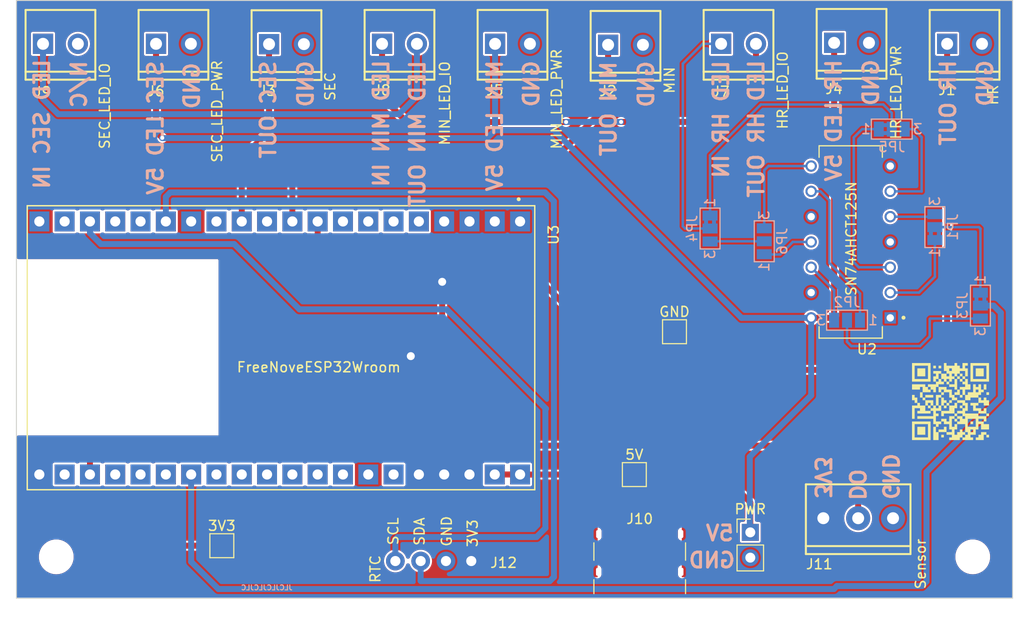
<source format=kicad_pcb>
(kicad_pcb (version 20221018) (generator pcbnew)
  (layers (0 "F.Cu" signal) (31 "B.Cu" signal) (34 "B.Paste" user) (35 "F.Paste" user) (36 "B.SilkS" user "B.Silkscreen") (37 "F.SilkS" user "F.Silkscreen") (38 "B.Mask" user) (39 "F.Mask" user) (44 "Edge.Cuts" user))
  (net 0 "")
  (net 1 "HR")
  (net 2 "GND")
  (net 3 "MIN")
  (net 4 "SEC")
  (net 5 "+5V")
  (net 6 "LED")
  (net 7 "MIN_IN")
  (net 8 "MIN_OUT")
  (net 10 "SEN")
  (net 11 "1A")
  (net 12 "JP1_O")
  (net 13 "2A")
  (net 14 "3A")
  (net 15 "JP2_O")
  (net 16 "4A")
  (net 17 "LED_O")
  (net 18 "JP6_O")
  (net 19 "JP5_O")
  (net 20 "1Y")
  (net 21 "2Y")
  (net 22 "4Y")
  (net 23 "3Y")
  (net 28 "3V3")
  (net 29 "SDA")
  (net 31 "SCL")
  (footprint "Symbols:DIP794W45P254L1930H508Q14" (layer "F.Cu") (at 160.75 94.24 180)
    (fp_text reference "U2" (at -1.625 -10.775) (layer "F.SilkS"))
    (fp_text value "SN74AHCT125N")
    (pad "1" thru_hole rect (at -3.97 -7.62 180) (size 1.14 1.14) (drill 0.74) (layers "*.Cu" "*.Mask") (net 2 "GND"))
    (pad "2" thru_hole circle (at -3.97 -5.08 180) (size 1.14 1.14) (drill 0.74) (layers "*.Cu" "*.Mask") (net 11 "1A"))
    (pad "3" thru_hole circle (at -3.97 -2.54 180) (size 1.14 1.14) (drill 0.74) (layers "*.Cu" "*.Mask") (net 20 "1Y"))
    (pad "4" thru_hole circle (at -3.97 0 180) (size 1.14 1.14) (drill 0.74) (layers "*.Cu" "*.Mask") (net 2 "GND"))
    (pad "5" thru_hole circle (at -3.97 2.54 180) (size 1.14 1.14) (drill 0.74) (layers "*.Cu" "*.Mask") (net 13 "2A"))
    (pad "6" thru_hole circle (at -3.97 5.08 180) (size 1.14 1.14) (drill 0.74) (layers "*.Cu" "*.Mask") (net 21 "2Y"))
    (pad "7" thru_hole circle (at -3.97 7.62 180) (size 1.14 1.14) (drill 0.74) (layers "*.Cu" "*.Mask") (net 2 "GND"))
    (pad "8" thru_hole circle (at 3.97 7.62 180) (size 1.14 1.14) (drill 0.74) (layers "*.Cu" "*.Mask") (net 23 "3Y"))
    (pad "9" thru_hole circle (at 3.97 5.08 180) (size 1.14 1.14) (drill 0.74) (layers "*.Cu" "*.Mask") (net 14 "3A"))
    (pad "10" thru_hole circle (at 3.97 2.54 180) (size 1.14 1.14) (drill 0.74) (layers "*.Cu" "*.Mask") (net 2 "GND"))
    (pad "11" thru_hole circle (at 3.97 0 180) (size 1.14 1.14) (drill 0.74) (layers "*.Cu" "*.Mask") (net 22 "4Y"))
    (pad "12" thru_hole circle (at 3.97 -2.54 180) (size 1.14 1.14) (drill 0.74) (layers "*.Cu" "*.Mask") (net 16 "4A"))
    (pad "13" thru_hole circle (at 3.97 -5.08 180) (size 1.14 1.14) (drill 0.74) (layers "*.Cu" "*.Mask") (net 2 "GND"))
    (pad "14" thru_hole circle (at 3.97 -7.62 180) (size 1.14 1.14) (drill 0.74) (layers "*.Cu" "*.Mask") (net 5 "+5V"))
  )
  (footprint "TestPoint:TestPoint_Pad_2.0x2.0mm" (layer "F.Cu") (at 139.03 117.59)
    (fp_text reference "5V" (at 0 -1.998) (layer "F.SilkS"))
    (fp_text value "TestPoint_Pad_2.0x2.0mm")
    (pad "1" smd rect (at 0 0) (size 2 2) (layers "F.Cu" "F.Mask") (net 5 "+5V"))
  )
  (footprint "Connector_PinHeader_2.54mm:PinHeader_1x02_P2.54mm_Vertical" (layer "F.Cu") (at 150.67 123.39)
    (fp_text reference "PWR" (at 0 -2.33) (layer "F.SilkS"))
    (fp_text value "PinHeader_1x02_P2.54mm_Vertical")
    (pad "1" thru_hole rect (at 0 0) (size 1.7 1.7) (drill 1) (layers "*.Cu" "*.Mask") (net 5 "+5V"))
    (pad "2" thru_hole oval (at 0 2.54) (size 1.7 1.7) (drill 1) (layers "*.Cu" "*.Mask") (net 2 "GND"))
  )
  (footprint "SparkFun-Connector:SCREWTERMINAL-3.5MM-2" (layer "F.Cu") (at 147.74 74.35)
    (fp_text reference "J7" (at -0.015 5.38) (layer "F.SilkS") (effects (justify bottom)))
    (fp_text value "HR_LED_IO" (at 6.76 4.66 90) (layer "F.SilkS") (effects (justify bottom)))
    (pad "1" thru_hole rect (at 0 0) (size 2.032 2.032) (drill 1.2) (layers "*.Cu" "*.Mask") (net 6 "LED"))
    (pad "2" thru_hole circle (at 3.5 0) (size 2.032 2.032) (drill 1.2) (layers "*.Cu" "*.Mask") (net 7 "MIN_IN"))
  )
  (footprint "Symbols:QR" (layer "F.Cu") (at 170.77 110.26)
    (fp_text reference "G***" hide)
    (fp_text value "LOGO" hide)
  )
  (footprint "SparkFun-Connector:SCREWTERMINAL-3.5MM-2" (layer "F.Cu") (at 79.67 74.35)
    (fp_text reference "J9" (at -0.05 5.43) (layer "F.SilkS") (effects (justify bottom)))
    (fp_text value "SEC_LED_IO" hide)
    (pad "1" thru_hole rect (at 0 0) (size 2.032 2.032) (drill 1.2) (layers "*.Cu" "*.Mask") (net 8 "MIN_OUT"))
    (pad "2" thru_hole circle (at 3.5 0) (size 2.032 2.032) (drill 1.2) (layers "*.Cu" "*.Mask"))
  )
  (footprint "SparkFun-Connector:SCREWTERMINAL-3.5MM-2" (layer "F.Cu") (at 113.705 74.35)
    (fp_text reference "J8" (at -0.005 5.25) (layer "F.SilkS") (effects (justify bottom)))
    (fp_text value "MIN_LED_IO" (at 6.885 5.97 90) (layer "F.SilkS") (effects (justify bottom)))
    (pad "1" thru_hole rect (at 0 0) (size 2.032 2.032) (drill 1.2) (layers "*.Cu" "*.Mask") (net 7 "MIN_IN"))
    (pad "2" thru_hole circle (at 3.5 0) (size 2.032 2.032) (drill 1.2) (layers "*.Cu" "*.Mask") (net 8 "MIN_OUT"))
  )
  (footprint "SparkFun-Connector:SCREWTERMINAL-3.5MM-2" (layer "F.Cu") (at 159.085 74.25)
    (fp_text reference "J4" (at -0.015 5.22) (layer "F.SilkS") (effects (justify bottom)))
    (fp_text value "HR_LED_PWR" (at 6.805 4.98 90) (layer "F.SilkS") (effects (justify bottom)))
    (pad "1" thru_hole rect (at 0 0) (size 2.032 2.032) (drill 1.2) (layers "*.Cu" "*.Mask") (net 5 "+5V"))
    (pad "2" thru_hole circle (at 3.5 0) (size 2.032 2.032) (drill 1.2) (layers "*.Cu" "*.Mask") (net 2 "GND"))
  )
  (footprint "MountingHole:MountingHole_3mm" (layer "F.Cu") (at 173 125.85)
    (fp_text reference "H2")
    (fp_text value "MountingHole")
    (pad "" np_thru_hole circle (at 0 0) (size 3 3) (drill 3) (layers "*.Cu" "*.Mask"))
  )
  (footprint "SparkFun-Connector:SCREWTERMINAL-3.5MM-2" (layer "F.Cu") (at 125.05 74.35)
    (fp_text reference "J5" (at -0.02 5.25) (layer "F.SilkS") (effects (justify bottom)))
    (fp_text value "MIN_LED_PWR" (at 6.76 5.55 90) (layer "F.SilkS") (effects (justify bottom)))
    (pad "1" thru_hole rect (at 0 0) (size 2.032 2.032) (drill 1.2) (layers "*.Cu" "*.Mask") (net 5 "+5V"))
    (pad "2" thru_hole circle (at 3.5 0) (size 2.032 2.032) (drill 1.2) (layers "*.Cu" "*.Mask") (net 2 "GND"))
  )
  (footprint "Symbols:FreeNoveESP32Wroom" (layer "F.Cu") (at 103.56 104.88 -90)
    (fp_text reference "U3" (at -11.355 -27.36 90) (layer "F.SilkS"))
    (fp_text value "FreeNoveESP32Wroom")
    (pad "1" thru_hole rect (at -12.7 -24 270) (size 2 2) (drill 1.02) (layers "*.Cu" "*.Mask") (net 2 "GND"))
    (pad "2" thru_hole rect (at -12.7 -21.46 270) (size 2 2) (drill 1.02) (layers "*.Cu" "*.Mask") (net 2 "GND"))
    (pad "3" thru_hole rect (at -12.7 -18.92 270) (size 2 2) (drill 1.02) (layers "*.Cu" "*.Mask") (net 2 "GND"))
    (pad "4" thru_hole rect (at -12.7 -16.38 270) (size 2 2) (drill 1.02) (layers "*.Cu" "*.Mask") (net 2 "GND"))
    (pad "5" thru_hole rect (at -12.7 -13.84 270) (size 2 2) (drill 1.02) (layers "*.Cu" "*.Mask"))
    (pad "6" thru_hole rect (at -12.7 -11.3 270) (size 2 2) (drill 1.02) (layers "*.Cu" "*.Mask"))
    (pad "7" thru_hole rect (at -12.7 -8.76 270) (size 2 2) (drill 1.02) (layers "*.Cu" "*.Mask"))
    (pad "8" thru_hole rect (at -12.7 -6.22 270) (size 2 2) (drill 1.02) (layers "*.Cu" "*.Mask"))
    (pad "9" thru_hole rect (at -12.7 -3.68 270) (size 2 2) (drill 1.02) (layers "*.Cu" "*.Mask") (net 1 "HR"))
    (pad "10" thru_hole rect (at -12.7 -1.14 270) (size 2 2) (drill 1.02) (layers "*.Cu" "*.Mask") (net 3 "MIN"))
    (pad "11" thru_hole rect (at -12.7 1.4 270) (size 2 2) (drill 1.02) (layers "*.Cu" "*.Mask"))
    (pad "12" thru_hole rect (at -12.7 3.94 270) (size 2 2) (drill 1.02) (layers "*.Cu" "*.Mask") (net 4 "SEC"))
    (pad "13" thru_hole rect (at -12.7 6.48 270) (size 2 2) (drill 1.02) (layers "*.Cu" "*.Mask"))
    (pad "14" thru_hole rect (at -12.7 9.02 270) (size 2 2) (drill 1.02) (layers "*.Cu" "*.Mask") (net 2 "GND"))
    (pad "15" thru_hole rect (at -12.7 11.56 270) (size 2 2) (drill 1.02) (layers "*.Cu" "*.Mask") (net 29 "SDA"))
    (pad "16" thru_hole rect (at -12.7 14.1 270) (size 2 2) (drill 1.02) (layers "*.Cu" "*.Mask"))
    (pad "17" thru_hole rect (at -12.7 16.64 270) (size 2 2) (drill 1.02) (layers "*.Cu" "*.Mask"))
    (pad "18" thru_hole rect (at -12.7 19.18 270) (size 2 2) (drill 1.02) (layers "*.Cu" "*.Mask") (net 31 "SCL"))
    (pad "19" thru_hole rect (at -12.7 21.72 270) (size 2 2) (drill 1.02) (layers "*.Cu" "*.Mask"))
    (pad "20" thru_hole rect (at -12.7 24.26 270) (size 2 2) (drill 1.02) (layers "*.Cu" "*.Mask") (net 2 "GND"))
    (pad "21" thru_hole rect (at 12.7 24.26 270) (size 2 2) (drill 1.02) (layers "*.Cu" "*.Mask") (net 28 "3V3"))
    (pad "22" thru_hole rect (at 12.7 21.72 270) (size 2 2) (drill 1.02) (layers "*.Cu" "*.Mask"))
    (pad "23" thru_hole rect (at 12.7 19.18 270) (size 2 2) (drill 1.02) (layers "*.Cu" "*.Mask") (net 10 "SEN"))
    (pad "24" thru_hole rect (at 12.7 16.64 270) (size 2 2) (drill 1.02) (layers "*.Cu" "*.Mask"))
    (pad "25" thru_hole rect (at 12.7 14.1 270) (size 2 2) (drill 1.02) (layers "*.Cu" "*.Mask"))
    (pad "26" thru_hole rect (at 12.7 11.56 270) (size 2 2) (drill 1.02) (layers "*.Cu" "*.Mask"))
    (pad "27" thru_hole rect (at 12.7 9.02 270) (size 2 2) (drill 1.02) (layers "*.Cu" "*.Mask") (net 17 "LED_O"))
    (pad "28" thru_hole rect (at 12.7 6.48 270) (size 2 2) (drill 1.02) (layers "*.Cu" "*.Mask"))
    (pad "29" thru_hole rect (at 12.7 3.94 270) (size 2 2) (drill 1.02) (layers "*.Cu" "*.Mask"))
    (pad "30" thru_hole rect (at 12.7 1.4 270) (size 2 2) (drill 1.02) (layers "*.Cu" "*.Mask"))
    (pad "31" thru_hole rect (at 12.7 -1.14 270) (size 2 2) (drill 1.02) (layers "*.Cu" "*.Mask"))
    (pad "32" thru_hole rect (at 12.7 -3.68 270) (size 2 2) (drill 1.02) (layers "*.Cu" "*.Mask"))
    (pad "33" thru_hole rect (at 12.7 -6.22 270) (size 2 2) (drill 1.02) (layers "*.Cu" "*.Mask"))
    (pad "34" thru_hole rect (at 12.7 -8.76 270) (size 2 2) (drill 1.02) (layers "*.Cu" "*.Mask") (net 2 "GND"))
    (pad "35" thru_hole rect (at 12.7 -11.3 270) (size 2 2) (drill 1.02) (layers "*.Cu" "*.Mask"))
    (pad "36" thru_hole rect (at 12.7 -13.84 270) (size 2 2) (drill 1.02) (layers "*.Cu" "*.Mask") (net 28 "3V3"))
    (pad "37" thru_hole rect (at 12.7 -16.38 270) (size 2 2) (drill 1.02) (layers "*.Cu" "*.Mask") (net 28 "3V3"))
    (pad "38" thru_hole rect (at 12.7 -18.92 270) (size 2 2) (drill 1.02) (layers "*.Cu" "*.Mask") (net 28 "3V3"))
    (pad "39" thru_hole rect (at 12.7 -21.46 270) (size 2 2) (drill 1.02) (layers "*.Cu" "*.Mask") (net 5 "+5V"))
    (pad "40" thru_hole rect (at 12.7 -24 270) (size 2 2) (drill 1.02) (layers "*.Cu" "*.Mask") (net 5 "+5V"))
    (zone (net 0) (net_name "") (layer "F.Cu") (connect_pads (clearance 0)) (min_thickness 0.01)
      (keepout (tracks not_allowed) (vias not_allowed) (pads not_allowed) (copperpour not_allowed) (footprints allowed))
      (fill (thermal_gap 0.508) (thermal_bridge_width 0.508))
      (polygon (pts (xy 84.575 95.97) (xy 84.575 113.66) (xy 78.085 113.66) (xy 78.085 95.97)))
    )
    (zone (net 0) (net_name "") (layer "B.Cu") (connect_pads (clearance 0)) (min_thickness 0.01)
      (keepout (tracks not_allowed) (vias not_allowed) (pads not_allowed) (copperpour not_allowed) (footprints allowed))
      (fill (thermal_gap 0.508) (thermal_bridge_width 0.508))
      (polygon (pts (xy 84.575 95.97) (xy 84.575 113.66) (xy 78.085 113.66) (xy 78.085 95.97)))
    )
  )
  (footprint "TestPoint:TestPoint_Pad_2.0x2.0mm" (layer "F.Cu") (at 97.62 124.73)
    (fp_text reference "3V3" (at 0 -1.998) (layer "F.SilkS"))
    (fp_text value "TestPoint_Pad_2.0x2.0mm")
    (pad "1" smd rect (at 0 0) (size 2 2) (layers "F.Cu" "F.Mask") (net 28 "3V3"))
  )
  (footprint "Symbols:USB_C_Receptacle_GCT_USB4135-GF-A_6P_TopMnt_Thru" (layer "F.Cu") (at 139.57 126.54)
    (fp_text reference "J10" (at 0 -4.5 unlocked) (layer "F.SilkS"))
    (fp_text value "PowerIn")
    (pad "" np_thru_hole oval (at -4.24 0.81 90) (size 0.8 0.3) (drill oval 0.8 0.3) (layers "F&B.Cu" "*.Mask"))
    (pad "" np_thru_hole oval (at -4.225 -2.9775 90) (size 0.8 0.3) (drill oval 0.8 0.3) (layers "F&B.Cu" "*.Mask"))
    (pad "" np_thru_hole oval (at 4.225 -2.9775 90) (size 0.8 0.3) (drill oval 0.8 0.3) (layers "F&B.Cu" "*.Mask"))
    (pad "" np_thru_hole oval (at 4.24 0.81 90) (size 0.8 0.3) (drill oval 0.8 0.3) (layers "F&B.Cu" "*.Mask"))
    (pad "A5" smd rect (at -0.5 -3.0325) (size 0.7 1.2) (layers "F.Cu" "F.Paste" "F.Mask"))
    (pad "A9" smd rect (at 1.52 -3.0325 180) (size 0.76 1.2) (layers "F.Cu" "F.Paste" "F.Mask") (net 5 "+5V"))
    (pad "A12" smd rect (at 2.75 -3.0325 180) (size 0.8 1.2) (layers "F.Cu" "F.Paste" "F.Mask") (net 2 "GND"))
    (pad "B5" smd rect (at 0.5 -3.0325 180) (size 0.7 1.2) (layers "F.Cu" "F.Paste" "F.Mask"))
    (pad "B9" smd rect (at -1.52 -3.0325) (size 0.76 1.2) (layers "F.Cu" "F.Paste" "F.Mask") (net 5 "+5V"))
    (pad "B12" smd rect (at -2.75 -3.0325) (size 0.8 1.2) (layers "F.Cu" "F.Paste" "F.Mask") (net 2 "GND"))
    (pad "S1" smd rect (at -4.5875 -2.9775) (size 0.725 1.35) (layers "F.Cu" "F.Paste" "F.Mask"))
    (pad "S1" smd rect (at -4.5825 0.6025) (size 0.715 1.5) (layers "F.Cu" "F.Paste" "F.Mask"))
    (pad "S1" smd rect (at 4.5775 0.6025) (size 0.705 1.5) (layers "F.Cu" "F.Paste" "F.Mask"))
    (pad "S1" smd rect (at 4.5825 -2.9775) (size 0.715 1.35) (layers "F.Cu" "F.Paste" "F.Mask"))
  )
  (footprint "SparkFun-Connector:SCREWTERMINAL-3.5MM-2" (layer "F.Cu") (at 91.015 74.35)
    (fp_text reference "J6" (at -0.015 5.34) (layer "F.SilkS") (effects (justify bottom)))
    (fp_text value "SEC_LED_PWR" (at 6.715 6.78 90) (layer "F.SilkS") (effects (justify bottom)))
    (pad "1" thru_hole rect (at 0 0) (size 2.032 2.032) (drill 1.2) (layers "*.Cu" "*.Mask") (net 5 "+5V"))
    (pad "2" thru_hole circle (at 3.5 0) (size 2.032 2.032) (drill 1.2) (layers "*.Cu" "*.Mask") (net 2 "GND"))
  )
  (footprint "SparkFun-Connector:SCREWTERMINAL-3.5MM-3" (layer "F.Cu") (at 158 121.97)
    (fp_text reference "J11" (at -0.4 5.2) (layer "F.SilkS") (effects (justify bottom)))
    (fp_text value "Sensor" (at 10.36 4.59 90) (layer "F.SilkS") (effects (justify bottom)))
    (pad "1" thru_hole rect (at 0 0) (size 2.413 2.413) (drill 1.2) (layers "*.Cu" "*.Mask") (net 28 "3V3"))
    (pad "2" thru_hole circle (at 3.5 0) (size 2.413 2.413) (drill 1.2) (layers "*.Cu" "*.Mask") (net 10 "SEN"))
    (pad "3" thru_hole circle (at 7 0) (size 2.413 2.413) (drill 1.2) (layers "*.Cu" "*.Mask") (net 2 "GND"))
  )
  (footprint "SparkFun-Connector:SCREWTERMINAL-3.5MM-2" (layer "F.Cu") (at 136.395 74.45)
    (fp_text reference "J2" (at -0.015 5.22) (layer "F.SilkS") (effects (justify bottom)))
    (fp_text value "MIN" (at 6.755 3.55 90) (layer "F.SilkS") (effects (justify bottom)))
    (pad "1" thru_hole rect (at 0 0) (size 2.032 2.032) (drill 1.2) (layers "*.Cu" "*.Mask") (net 3 "MIN"))
    (pad "2" thru_hole circle (at 3.5 0) (size 2.032 2.032) (drill 1.2) (layers "*.Cu" "*.Mask") (net 2 "GND"))
  )
  (footprint "SparkFun-Connector:1X04" (layer "F.Cu") (at 122.66 126.27 180)
    (fp_text reference "J12" (at -4.68 -0.76) (layer "F.SilkS") (effects (justify right bottom)))
    (fp_text value "RTC" (at 9.04 0.68 90) (layer "F.SilkS") (effects (justify right bottom)))
    (pad "1" thru_hole circle (at 0 0 270) (size 1.8796 1.8796) (drill 1.016) (layers "*.Cu" "*.Mask") (net 28 "3V3"))
    (pad "2" thru_hole circle (at 2.54 0 270) (size 1.8796 1.8796) (drill 1.016) (layers "*.Cu" "*.Mask") (net 2 "GND"))
    (pad "3" thru_hole circle (at 5.08 0 270) (size 1.8796 1.8796) (drill 1.016) (layers "*.Cu" "*.Mask") (net 29 "SDA"))
    (pad "4" thru_hole circle (at 7.62 0 270) (size 1.8796 1.8796) (drill 1.016) (layers "*.Cu" "*.Mask") (net 31 "SCL"))
  )
  (footprint "SparkFun-Connector:SCREWTERMINAL-3.5MM-2" (layer "F.Cu") (at 170.43 74.35)
    (fp_text reference "J1" (at -0.015 5.22) (layer "F.SilkS") (effects (justify bottom)))
    (fp_text value "HR" (at 5.2 5.13 90) (layer "F.SilkS") (effects (justify bottom)))
    (pad "1" thru_hole rect (at 0 0) (size 2.032 2.032) (drill 1.2) (layers "*.Cu" "*.Mask") (net 1 "HR"))
    (pad "2" thru_hole circle (at 3.5 0) (size 2.032 2.032) (drill 1.2) (layers "*.Cu" "*.Mask") (net 2 "GND"))
  )
  (footprint "MountingHole:MountingHole_3mm" (layer "F.Cu") (at 81 125.85)
    (fp_text reference "H1")
    (fp_text value "MountingHole")
    (pad "" np_thru_hole circle (at 0 0) (size 3 3) (drill 3) (layers "*.Cu" "*.Mask"))
  )
  (footprint "SparkFun-Connector:SCREWTERMINAL-3.5MM-2" (layer "F.Cu") (at 102.36 74.38)
    (fp_text reference "J3" (at -0.17 5.27) (layer "F.SilkS") (effects (justify bottom)))
    (fp_text value "SEC" (at 6.72 4.25 90) (layer "F.SilkS") (effects (justify bottom)))
    (pad "1" thru_hole rect (at 0 0) (size 2.032 2.032) (drill 1.2) (layers "*.Cu" "*.Mask") (net 4 "SEC"))
    (pad "2" thru_hole circle (at 3.5 0) (size 2.032 2.032) (drill 1.2) (layers "*.Cu" "*.Mask") (net 2 "GND"))
  )
  (footprint "TestPoint:TestPoint_Pad_2.0x2.0mm" (layer "F.Cu") (at 143.06 103.25)
    (fp_text reference "GND" (at 0 -1.998) (layer "F.SilkS"))
    (fp_text value "TestPoint_Pad_2.0x2.0mm")
    (pad "1" smd rect (at 0 0) (size 2 2) (layers "F.Cu" "F.Mask") (net 2 "GND"))
  )
  (footprint "Jumper:SolderJumper-3_P1.3mm_Open_Pad1.0x1.5mm_NumberLabels" (layer "B.Cu") (at 160.38 102.09 180)
    (fp_text reference "JP2" (at 0 1.8) (layer "B.SilkS") (effects (justify mirror)))
    (fp_text value "IO3_4-In")
    (fp_text user "3" (at 2.6 0) (layer "B.SilkS") (effects (justify mirror)))
    (fp_text user "1" (at -2.6 0) (layer "B.SilkS") (effects (justify mirror)))
    (pad "1" smd rect (at -1.3 0 180) (size 1 1.5) (layers "B.Cu" "B.Mask") (net 14 "3A"))
    (pad "2" smd rect (at 0 0 180) (size 1 1.5) (layers "B.Cu" "B.Mask") (net 15 "JP2_O"))
    (pad "3" smd rect (at 1.3 0 180) (size 1 1.5) (layers "B.Cu" "B.Mask") (net 16 "4A"))
  )
  (footprint "Jumper:SolderJumper-3_P1.3mm_Bridged2Bar12_Pad1.0x1.5mm_NumberLabels" (layer "B.Cu") (at 164.87 82.91)
    (fp_text reference "JP5" (at 0 1.8 180) (layer "B.SilkS") (effects (justify mirror)))
    (fp_text value "IO1_2-Out")
    (fp_text user "1" (at -2.6 0 180) (layer "B.SilkS") (effects (justify mirror)))
    (fp_text user "3" (at 2.6 0 180) (layer "B.SilkS") (effects (justify mirror)))
    (fp_poly (pts (xy -0.9 -0.2) (xy -0.4 -0.2) (xy -0.4 -0.6) (xy -0.9 -0.6)) (fill solid) (layer "B.Cu"))
    (fp_poly (pts (xy -0.9 0.6) (xy -0.4 0.6) (xy -0.4 0.2) (xy -0.9 0.2)) (fill solid) (layer "B.Cu"))
    (pad "1" smd rect (at -1.3 0) (size 1 1.5) (layers "B.Cu" "B.Mask") (net 20 "1Y"))
    (pad "2" smd rect (at 0 0) (size 1 1.5) (layers "B.Cu" "B.Mask") (net 19 "JP5_O"))
    (pad "3" smd rect (at 1.3 0) (size 1 1.5) (layers "B.Cu" "B.Mask") (net 21 "2Y"))
  )
  (footprint "Jumper:SolderJumper-3_P1.3mm_Bridged2Bar12_Pad1.0x1.5mm_NumberLabels" (layer "B.Cu") (at 146.63 92.89 -90)
    (fp_text reference "JP4" (at 0 1.8 90) (layer "B.SilkS") (effects (justify mirror)))
    (fp_text value "IO_12_34")
    (fp_text user "1" (at -2.6 0 90) (layer "B.SilkS") (effects (justify mirror)))
    (fp_text user "3" (at 2.6 0 90) (layer "B.SilkS") (effects (justify mirror)))
    (fp_poly (pts (xy -0.9 -0.2) (xy -0.4 -0.2) (xy -0.4 -0.6) (xy -0.9 -0.6)) (fill solid) (layer "B.Cu"))
    (fp_poly (pts (xy -0.9 0.6) (xy -0.4 0.6) (xy -0.4 0.2) (xy -0.9 0.2)) (fill solid) (layer "B.Cu"))
    (pad "1" smd rect (at -1.3 0 270) (size 1 1.5) (layers "B.Cu" "B.Mask") (net 19 "JP5_O"))
    (pad "2" smd rect (at 0 0 270) (size 1 1.5) (layers "B.Cu" "B.Mask") (net 6 "LED"))
    (pad "3" smd rect (at 1.3 0 270) (size 1 1.5) (layers "B.Cu" "B.Mask") (net 18 "JP6_O"))
  )
  (footprint "Jumper:SolderJumper-3_P1.3mm_Bridged2Bar12_Pad1.0x1.5mm_NumberLabels" (layer "B.Cu") (at 173.77 100.63 -90)
    (fp_text reference "JP3" (at 0 1.8 90) (layer "B.SilkS") (effects (justify mirror)))
    (fp_text value "IO_12_34")
    (fp_text user "1" (at -2.6 0 90) (layer "B.SilkS") (effects (justify mirror)))
    (fp_text user "3" (at 2.6 0 90) (layer "B.SilkS") (effects (justify mirror)))
    (fp_poly (pts (xy -0.9 -0.2) (xy -0.4 -0.2) (xy -0.4 -0.6) (xy -0.9 -0.6)) (fill solid) (layer "B.Cu"))
    (fp_poly (pts (xy -0.9 0.6) (xy -0.4 0.6) (xy -0.4 0.2) (xy -0.9 0.2)) (fill solid) (layer "B.Cu"))
    (pad "1" smd rect (at -1.3 0 270) (size 1 1.5) (layers "B.Cu" "B.Mask") (net 12 "JP1_O"))
    (pad "2" smd rect (at 0 0 270) (size 1 1.5) (layers "B.Cu" "B.Mask") (net 17 "LED_O"))
    (pad "3" smd rect (at 1.3 0 270) (size 1 1.5) (layers "B.Cu" "B.Mask") (net 15 "JP2_O"))
  )
  (footprint "Jumper:SolderJumper-3_P1.3mm_Bridged2Bar12_Pad1.0x1.5mm_NumberLabels" (layer "B.Cu") (at 169.2 92.7486 90)
    (fp_text reference "JP1" (at 0 1.8 270) (layer "B.SilkS") (effects (justify mirror)))
    (fp_text value "IO1_2-In")
    (fp_text user "3" (at 2.6 0 270) (layer "B.SilkS") (effects (justify mirror)))
    (fp_text user "1" (at -2.6 0 270) (layer "B.SilkS") (effects (justify mirror)))
    (fp_poly (pts (xy -0.9 -0.2) (xy -0.4 -0.2) (xy -0.4 -0.6) (xy -0.9 -0.6)) (fill solid) (layer "B.Cu"))
    (fp_poly (pts (xy -0.9 0.6) (xy -0.4 0.6) (xy -0.4 0.2) (xy -0.9 0.2)) (fill solid) (layer "B.Cu"))
    (pad "1" smd rect (at -1.3 0 90) (size 1 1.5) (layers "B.Cu" "B.Mask") (net 11 "1A"))
    (pad "2" smd rect (at 0 0 90) (size 1 1.5) (layers "B.Cu" "B.Mask") (net 12 "JP1_O"))
    (pad "3" smd rect (at 1.3 0 90) (size 1 1.5) (layers "B.Cu" "B.Mask") (net 13 "2A"))
  )
  (footprint "Jumper:SolderJumper-3_P1.3mm_Open_Pad1.0x1.5mm_NumberLabels" (layer "B.Cu") (at 152.07 94.17 90)
    (fp_text reference "JP6" (at 0 1.8 270) (layer "B.SilkS") (effects (justify mirror)))
    (fp_text value "IO3_4-Out")
    (fp_text user "3" (at 2.6 0 270) (layer "B.SilkS") (effects (justify mirror)))
    (fp_text user "1" (at -2.6 0 270) (layer "B.SilkS") (effects (justify mirror)))
    (pad "1" smd rect (at -1.3 0 90) (size 1 1.5) (layers "B.Cu" "B.Mask") (net 22 "4Y"))
    (pad "2" smd rect (at 0 0 90) (size 1 1.5) (layers "B.Cu" "B.Mask") (net 18 "JP6_O"))
    (pad "3" smd rect (at 1.3 0 90) (size 1 1.5) (layers "B.Cu" "B.Mask") (net 23 "3Y"))
  )
  (gr_line locked (start 77 70) (end 177 70) (stroke (width 0.1)) (layer "Edge.Cuts"))
  (gr_line locked (start 77 130) (end 177 130) (stroke (width 0.1)) (layer "Edge.Cuts"))
  (gr_line locked (start 77 70) (end 77 130) (stroke (width 0.1)) (layer "Edge.Cuts"))
  (gr_line locked (start 177 70) (end 177 130) (stroke (width 0.1)) (layer "Edge.Cuts"))
  (gr_text "JLCJLCJLCJLC" (at 104.77 129.23) (layer "B.SilkS") (effects (font (size 0.5 0.5) (thickness 0.1) bold) (justify left bottom mirror)))
  (gr_text "HR LED 5V" (at 159.92 75.78 90) (layer "B.SilkS") (effects (font (size 1.5 1.5) (thickness 0.3) bold) (justify left bottom mirror)))
  (gr_text "GND" (at 141.09 75.92 90) (layer "B.SilkS") (effects (font (size 1.5 1.5) (thickness 0.3) bold) (justify left bottom mirror)))
  (gr_text "LED MIN IN" (at 114.5 75.83 90) (layer "B.SilkS") (effects (font (size 1.5 1.5) (thickness 0.3) bold) (justify left bottom mirror)))
  (gr_text "5V" (at 149.16 124.35) (layer "B.SilkS") (effects (font (size 1.5 1.5) (thickness 0.3) bold) (justify left bottom mirror)))
  (gr_text "GND" (at 106.91 75.89 90) (layer "B.SilkS") (effects (font (size 1.5 1.5) (thickness 0.3) bold) (justify left bottom mirror)))
  (gr_text "SEC OUT" (at 103.16 75.91 90) (layer "B.SilkS") (effects (font (size 1.5 1.5) (thickness 0.3) bold) (justify left bottom mirror)))
  (gr_text "SEC LED 5V" (at 91.84 75.91 90) (layer "B.SilkS") (effects (font (size 1.5 1.5) (thickness 0.3) bold) (justify left bottom mirror)))
  (gr_text "LED HR OUT" (at 152.15 75.83 90) (layer "B.SilkS") (effects (font (size 1.5 1.5) (thickness 0.3) bold) (justify left bottom mirror)))
  (gr_text "GND" (at 163.85 120.27 -90) (layer "B.SilkS") (effects (font (size 1.5 1.5) (thickness 0.3) bold) (justify left bottom mirror)))
  (gr_text "LED MIN OUT" (at 118.13 75.88 90) (layer "B.SilkS") (effects (font (size 1.5 1.5) (thickness 0.3) bold) (justify left bottom mirror)))
  (gr_text "MIN LED 5V" (at 125.9 75.85 90) (layer "B.SilkS") (effects (font (size 1.5 1.5) (thickness 0.3) bold) (justify left bottom mirror)))
  (gr_text "HR OUT" (at 171.4 75.83 90) (layer "B.SilkS") (effects (font (size 1.5 1.5) (thickness 0.3) bold) (justify left bottom mirror)))
  (gr_text "DO" (at 160.51 120.34 -90) (layer "B.SilkS") (effects (font (size 1.5 1.5) (thickness 0.3) bold) (justify left bottom mirror)))
  (gr_text "MIN OUT" (at 137.32 75.97 90) (layer "B.SilkS") (effects (font (size 1.5 1.5) (thickness 0.3) bold) (justify left bottom mirror)))
  (gr_text "GND" (at 149.3 127.07) (layer "B.SilkS") (effects (font (size 1.5 1.5) (thickness 0.3) bold) (justify left bottom mirror)))
  (gr_text "GND" (at 175.12 75.83 90) (layer "B.SilkS") (effects (font (size 1.5 1.5) (thickness 0.3) bold) (justify left bottom mirror)))
  (gr_text "GND" (at 129.57 75.88 90) (layer "B.SilkS") (effects (font (size 1.5 1.5) (thickness 0.3) bold) (justify left bottom mirror)))
  (gr_text "GND" (at 95.49 76.08 90) (layer "B.SilkS") (effects (font (size 1.5 1.5) (thickness 0.3) bold) (justify left bottom mirror)))
  (gr_text "GND" (at 163.66 75.76 90) (layer "B.SilkS") (effects (font (size 1.5 1.5) (thickness 0.3) bold) (justify left bottom mirror)))
  (gr_text "3V3" (at 157.06 120.13 -90) (layer "B.SilkS") (effects (font (size 1.5 1.5) (thickness 0.3) bold) (justify left bottom mirror)))
  (gr_text "LED HR IN" (at 148.61 75.88 90) (layer "B.SilkS") (effects (font (size 1.5 1.5) (thickness 0.3) bold) (justify left bottom mirror)))
  (gr_text "LED SEC IN" (at 80.44 75.75 90) (layer "B.SilkS") (effects (font (size 1.5 1.5) (thickness 0.3) bold) (justify left bottom mirror)))
  (gr_text "N/C" (at 84.16 75.89 90) (layer "B.SilkS") (effects (font (size 1.5 1.5) (thickness 0.3) bold) (justify left bottom mirror)))
  (gr_text "FreeNoveESP32Wroom" (at 99.04 107.4) (layer "F.SilkS") (effects (font (size 1 1)) (justify left bottom)))
  (gr_text "GND" (at 120.78 124.9 90) (layer "F.SilkS") (effects (font (size 1 1)) (justify left bottom)))
  (gr_text "SDA" (at 118.05 124.81 90) (layer "F.SilkS") (effects (font (size 1 1)) (justify left bottom)))
  (gr_text "3V3" (at 123.38 124.96 90) (layer "F.SilkS") (effects (font (size 1 1)) (justify left bottom)))
  (gr_text "SEC_LED_IO" (at 86.45 85 90) (layer "F.SilkS") (effects (font (size 1 1)) (justify left bottom)))
  (gr_text "SCL" (at 115.42 124.76 90) (layer "F.SilkS") (effects (font (size 1 1)) (justify left bottom)))
  (gr_text "SN74AHCT125N" (at 161.39 99.74 90) (layer "F.SilkS") (effects (font (size 1 1)) (justify left bottom)))
  (segment (start 170.43 74.35) (end 170.43 103.34) (width 0.6) (layer "F.Cu") (net 1))
  (segment (start 107.24 94.81) (end 107.24 92.18) (width 0.6) (layer "F.Cu") (net 1))
  (segment (start 138.56 107.08) (end 127.41 95.93) (width 0.6) (layer "F.Cu") (net 1))
  (segment (start 166.69 107.08) (end 138.56 107.08) (width 0.6) (layer "F.Cu") (net 1))
  (segment (start 108.36 95.93) (end 107.24 94.81) (width 0.6) (layer "F.Cu") (net 1))
  (segment (start 127.41 95.93) (end 108.36 95.93) (width 0.6) (layer "F.Cu") (net 1))
  (segment (start 170.43 103.34) (end 166.69 107.08) (width 0.6) (layer "F.Cu") (net 1))
  (segment (start 136.395 80.485) (end 131.02 85.86) (width 0.6) (layer "F.Cu") (net 3))
  (segment (start 131.02 85.86) (end 105.81 85.86) (width 0.6) (layer "F.Cu") (net 3))
  (segment (start 136.395 74.45) (end 136.395 80.485) (width 0.6) (layer "F.Cu") (net 3))
  (segment (start 104.7 86.97) (end 104.7 92.18) (width 0.6) (layer "F.Cu") (net 3))
  (segment (start 105.81 85.86) (end 104.7 86.97) (width 0.6) (layer "F.Cu") (net 3))
  (segment (start 99.62 85.84) (end 99.62 92.18) (width 0.6) (layer "F.Cu") (net 4))
  (segment (start 102.36 83.1) (end 99.62 85.84) (width 0.6) (layer "F.Cu") (net 4))
  (segment (start 102.36 74.38) (end 102.36 83.1) (width 0.6) (layer "F.Cu") (net 4))
  (segment (start 150.67 120.39) (end 150.67 123.39) (width 0.6) (layer "F.Cu") (net 5))
  (segment (start 138.19 126.3) (end 138.18 126.31) (width 0.6) (layer "F.Cu") (net 5))
  (segment (start 127.57 117.59) (end 127.56 117.58) (width 0.6) (layer "F.Cu") (net 5))
  (segment (start 125.02 117.58) (end 127.56 117.58) (width 0.6) (layer "F.Cu") (net 5))
  (segment (start 141.09 119.65) (end 149.93 119.65) (width 0.6) (layer "F.Cu") (net 5))
  (segment (start 158.89 101.86) (end 156.78 101.86) (width 0.6) (layer "F.Cu") (net 5))
  (segment (start 91.015 74.35) (end 91.015 83.165) (width 0.6) (layer "F.Cu") (net 5))
  (segment (start 138.05 123.5075) (end 138.05 118.57) (width 0.6) (layer "F.Cu") (net 5))
  (segment (start 139.03 117.59) (end 141.09 119.65) (width 0.6) (layer "F.Cu") (net 5))
  (segment (start 139.03 117.59) (end 127.57 117.59) (width 0.6) (layer "F.Cu") (net 5))
  (segment (start 159.085 101.665) (end 158.89 101.86) (width 0.6) (layer "F.Cu") (net 5))
  (segment (start 125.03 117.59) (end 125.02 117.58) (width 0.6) (layer "F.Cu") (net 5))
  (segment (start 91.015 83.165) (end 91.64 83.79) (width 0.6) (layer "F.Cu") (net 5))
  (segment (start 149.93 119.65) (end 150.67 120.39) (width 0.6) (layer "F.Cu") (net 5))
  (segment (start 159.085 74.25) (end 159.085 101.665) (width 0.6) (layer "F.Cu") (net 5))
  (segment (start 138.05 118.57) (end 139.03 117.59) (width 0.6) (layer "F.Cu") (net 5))
  (segment (start 138.05 123.5075) (end 138.05 126.18) (width 0.6) (layer "F.Cu") (net 5))
  (segment (start 138.05 126.18) (end 138.18 126.31) (width 0.6) (layer "F.Cu") (net 5))
  (segment (start 140.84 126.3) (end 138.19 126.3) (width 0.6) (layer "F.Cu") (net 5))
  (segment (start 141.09 123.5075) (end 141.09 126.05) (width 0.6) (layer "F.Cu") (net 5))
  (segment (start 141.09 123.5075) (end 141.09 119.65) (width 0.6) (layer "F.Cu") (net 5))
  (segment (start 141.09 126.05) (end 140.84 126.3) (width 0.6) (layer "F.Cu") (net 5))
  (via (at 91.64 83.79) (size 0.6) (drill 0.4) (layers "F.Cu" "B.Cu") (net 5))
  (segment (start 125.05 83.02) (end 124.26 83.81) (width 0.6) (layer "B.Cu") (net 5))
  (segment (start 91.66 83.81) (end 124.26 83.81) (width 0.6) (layer "B.Cu") (net 5))
  (segment (start 91.64 83.79) (end 91.66 83.81) (width 0.6) (layer "B.Cu") (net 5))
  (segment (start 150.67 123.39) (end 150.62 123.34) (width 0.6) (layer "B.Cu") (net 5))
  (segment (start 156.78 109.64) (end 156.78 101.86) (width 0.6) (layer "B.Cu") (net 5))
  (segment (start 125.05 83.02) (end 125.05 74.35) (width 0.6) (layer "B.Cu") (net 5))
  (segment (start 130.95 83.02) (end 125.05 83.02) (width 0.6) (layer "B.Cu") (net 5))
  (segment (start 150.62 115.8) (end 156.78 109.64) (width 0.6) (layer "B.Cu") (net 5))
  (segment (start 150.62 123.34) (end 150.62 115.8) (width 0.6) (layer "B.Cu") (net 5))
  (segment (start 156.78 101.86) (end 149.79 101.86) (width 0.6) (layer "B.Cu") (net 5))
  (segment (start 149.79 101.86) (end 130.95 83.02) (width 0.6) (layer "B.Cu") (net 5))
  (segment (start 143.9 76.34) (end 145.91 74.33) (width 0.25) (layer "B.Cu") (net 6))
  (segment (start 145.93 74.35) (end 147.74 74.35) (width 0.25) (layer "B.Cu") (net 6))
  (segment (start 146.63 92.89) (end 144.13 92.89) (width 0.25) (layer "B.Cu") (net 6))
  (segment (start 143.9 92.66) (end 143.9 76.34) (width 0.25) (layer "B.Cu") (net 6))
  (segment (start 144.13 92.89) (end 143.9 92.66) (width 0.25) (layer "B.Cu") (net 6))
  (segment (start 145.91 74.33) (end 145.93 74.35) (width 0.25) (layer "B.Cu") (net 6))
  (segment (start 113.705 74.35) (end 113.705 79.715) (width 0.6) (layer "F.Cu") (net 7))
  (segment (start 113.705 79.715) (end 116.19 82.2) (width 0.6) (layer "F.Cu") (net 7))
  (segment (start 147.51 82.19) (end 137.71 82.19) (width 0.6) (layer "F.Cu") (net 7))
  (segment (start 137.71 82.19) (end 137.7 82.19) (width 0.6) (layer "F.Cu") (net 7))
  (segment (start 151.24 78.46) (end 147.51 82.19) (width 0.6) (layer "F.Cu") (net 7))
  (segment (start 116.19 82.2) (end 132.18 82.2) (width 0.6) (layer "F.Cu") (net 7))
  (segment (start 151.24 74.35) (end 151.24 78.46) (width 0.6) (layer "F.Cu") (net 7))
  (via (at 132.18 82.2) (size 0.6) (drill 0.4) (layers "F.Cu" "B.Cu") (net 7))
  (via (at 137.7 82.19) (size 0.6) (drill 0.4) (layers "F.Cu" "B.Cu") (net 7))
  (segment (start 132.19 82.19) (end 132.18 82.2) (width 0.6) (layer "B.Cu") (net 7))
  (segment (start 137.7 82.19) (end 132.19 82.19) (width 0.6) (layer "B.Cu") (net 7))
  (segment (start 115.4 81.41) (end 81.2 81.41) (width 0.6) (layer "B.Cu") (net 8))
  (segment (start 81.2 81.41) (end 79.67 79.88) (width 0.6) (layer "B.Cu") (net 8))
  (segment (start 117.205 79.605) (end 115.4 81.41) (width 0.6) (layer "B.Cu") (net 8))
  (segment (start 79.67 79.88) (end 79.67 74.35) (width 0.6) (layer "B.Cu") (net 8))
  (segment (start 117.205 74.35) (end 117.205 79.605) (width 0.6) (layer "B.Cu") (net 8))
  (segment (start 161.5 115.63) (end 161.5 121.97) (width 0.6) (layer "F.Cu") (net 10))
  (segment (start 84.38 115.98) (end 84.38 117.58) (width 0.6) (layer "F.Cu") (net 10))
  (segment (start 160.56 114.69) (end 161.5 115.63) (width 0.6) (layer "F.Cu") (net 10))
  (segment (start 160.56 114.69) (end 85.67 114.69) (width 0.6) (layer "F.Cu") (net 10))
  (segment (start 85.67 114.69) (end 84.38 115.98) (width 0.6) (layer "F.Cu") (net 10))
  (segment (start 169.2 97.73) (end 167.61 99.32) (width 0.25) (layer "B.Cu") (net 11))
  (segment (start 169.2 93.79) (end 169.2 97.73) (width 0.25) (layer "B.Cu") (net 11))
  (segment (start 167.61 99.32) (end 164.72 99.32) (width 0.25) (layer "B.Cu") (net 11))
  (segment (start 173.78 92.91) (end 173.77 92.92) (width 0.25) (layer "B.Cu") (net 12))
  (segment (start 169.2 92.7486) (end 173.6186 92.7486) (width 0.25) (layer "B.Cu") (net 12))
  (segment (start 173.6186 92.7486) (end 173.78 92.91) (width 0.25) (layer "B.Cu") (net 12))
  (segment (start 173.77 92.92) (end 173.77 99.33) (width 0.25) (layer "B.Cu") (net 12))
  (segment (start 164.7272 91.7072) (end 164.72 91.7) (width 0.25) (layer "B.Cu") (net 13))
  (segment (start 169.2 91.7072) (end 164.7272 91.7072) (width 0.25) (layer "B.Cu") (net 13))
  (segment (start 161.68 99.42) (end 161.68 102.09) (width 0.25) (layer "B.Cu") (net 14))
  (segment (start 156.78 89.16) (end 157.71 89.16) (width 0.25) (layer "B.Cu") (net 14))
  (segment (start 158.61 96.35) (end 161.68 99.42) (width 0.25) (layer "B.Cu") (net 14))
  (segment (start 158.61 90.06) (end 158.61 96.35) (width 0.25) (layer "B.Cu") (net 14))
  (segment (start 157.71 89.16) (end 158.61 90.06) (width 0.25) (layer "B.Cu") (net 14))
  (segment (start 168.74 101.93) (end 173.77 101.93) (width 0.25) (layer "B.Cu") (net 15))
  (segment (start 168.68 101.99) (end 168.74 101.93) (width 0.25) (layer "B.Cu") (net 15))
  (segment (start 160.81 104.69) (end 167.71 104.69) (width 0.25) (layer "B.Cu") (net 15))
  (segment (start 160.38 102.09) (end 160.38 104.26) (width 0.25) (layer "B.Cu") (net 15))
  (segment (start 167.71 104.69) (end 168.68 103.72) (width 0.25) (layer "B.Cu") (net 15))
  (segment (start 168.68 103.72) (end 168.68 101.99) (width 0.25) (layer "B.Cu") (net 15))
  (segment (start 160.38 104.26) (end 160.81 104.69) (width 0.25) (layer "B.Cu") (net 15))
  (segment (start 159.08 102.09) (end 159.08 99.08) (width 0.25) (layer "B.Cu") (net 16))
  (segment (start 159.08 99.08) (end 156.78 96.78) (width 0.25) (layer "B.Cu") (net 16))
  (segment (start 175.82 101.35) (end 175.82 109.87) (width 0.6) (layer "B.Cu") (net 17))
  (segment (start 168.36 128.32) (end 167.9 128.78) (width 0.6) (layer "B.Cu") (net 17))
  (segment (start 167.9 128.78) (end 159.36 128.78) (width 0.6) (layer "B.Cu") (net 17))
  (segment (start 168.36 117.33) (end 168.36 128.32) (width 0.6) (layer "B.Cu") (net 17))
  (segment (start 173.77 100.63) (end 175.1 100.63) (width 0.6) (layer "B.Cu") (net 17))
  (segment (start 94.54 126.34) (end 94.54 117.58) (width 0.6) (layer "B.Cu") (net 17))
  (segment (start 175.1 100.63) (end 175.82 101.35) (width 0.6) (layer "B.Cu") (net 17))
  (segment (start 97.28 129.08) (end 94.54 126.34) (width 0.6) (layer "B.Cu") (net 17))
  (segment (start 159.06 129.08) (end 97.28 129.08) (width 0.6) (layer "B.Cu") (net 17))
  (segment (start 159.36 128.78) (end 159.06 129.08) (width 0.6) (layer "B.Cu") (net 17))
  (segment (start 175.82 109.87) (end 168.36 117.33) (width 0.6) (layer "B.Cu") (net 17))
  (segment (start 152.0672 94.2) (end 152.07 94.1972) (width 0.25) (layer "B.Cu") (net 18))
  (segment (start 152.07 94.17) (end 146.65 94.17) (width 0.25) (layer "B.Cu") (net 18))
  (segment (start 146.65 94.17) (end 146.63 94.19) (width 0.25) (layer "B.Cu") (net 18))
  (segment (start 164.87 81.29) (end 164.02 80.44) (width 0.25) (layer "B.Cu") (net 19))
  (segment (start 164.02 80.44) (end 151.73 80.44) (width 0.25) (layer "B.Cu") (net 19))
  (segment (start 146.63 85.54) (end 146.63 91.59) (width 0.25) (layer "B.Cu") (net 19))
  (segment (start 164.87 82.91) (end 164.87 81.29) (width 0.25) (layer "B.Cu") (net 19))
  (segment (start 151.73 80.44) (end 146.63 85.54) (width 0.25) (layer "B.Cu") (net 19))
  (segment (start 161.9 82.91) (end 161.06 83.75) (width 0.25) (layer "B.Cu") (net 20))
  (segment (start 161.6 96.78) (end 164.72 96.78) (width 0.25) (layer "B.Cu") (net 20))
  (segment (start 161.06 83.75) (end 161.06 96.28) (width 0.25) (layer "B.Cu") (net 20))
  (segment (start 161.58 96.8) (end 161.6 96.78) (width 0.25) (layer "B.Cu") (net 20))
  (segment (start 161.06 96.28) (end 161.58 96.8) (width 0.25) (layer "B.Cu") (net 20))
  (segment (start 163.57 82.91) (end 161.9 82.91) (width 0.25) (layer "B.Cu") (net 20))
  (segment (start 167.87 89.17) (end 167.86 89.16) (width 0.25) (layer "B.Cu") (net 21))
  (segment (start 166.17 82.91) (end 167.05 82.91) (width 0.25) (layer "B.Cu") (net 21))
  (segment (start 167.86 89.16) (end 164.72 89.16) (width 0.25) (layer "B.Cu") (net 21))
  (segment (start 167.05 82.91) (end 167.87 83.73) (width 0.25) (layer "B.Cu") (net 21))
  (segment (start 167.87 83.73) (end 167.87 89.17) (width 0.25) (layer "B.Cu") (net 21))
  (segment (start 152.07 95.4972) (end 153.6728 95.4972) (width 0.25) (layer "B.Cu") (net 22))
  (segment (start 154.93 94.24) (end 156.78 94.24) (width 0.25) (layer "B.Cu") (net 22))
  (segment (start 153.6728 95.4972) (end 154.93 94.24) (width 0.25) (layer "B.Cu") (net 22))
  (segment (start 152.07 87.04) (end 152.5 86.61) (width 0.25) (layer "B.Cu") (net 23))
  (segment (start 152.07 92.8972) (end 152.07 87.04) (width 0.25) (layer "B.Cu") (net 23))
  (segment (start 152.5 86.61) (end 152.51 86.62) (width 0.25) (layer "B.Cu") (net 23))
  (segment (start 152.51 86.62) (end 156.78 86.62) (width 0.25) (layer "B.Cu") (net 23))
  (segment (start 89.14 124.73) (end 84.84 120.43) (width 0.6) (layer "F.Cu") (net 28))
  (segment (start 79.3 120.4) (end 79.3 117.58) (width 0.6) (layer "F.Cu") (net 28))
  (segment (start 119.74 102.55) (end 116.59 105.7) (width 0.6) (layer "F.Cu") (net 28))
  (segment (start 97.62 124.73) (end 89.14 124.73) (width 0.6) (layer "F.Cu") (net 28))
  (segment (start 79.33 120.43) (end 79.3 120.4) (width 0.6) (layer "F.Cu") (net 28))
  (segment (start 84.84 120.43) (end 79.33 120.43) (width 0.6) (layer "F.Cu") (net 28))
  (segment (start 119.74 98.24) (end 119.74 102.55) (width 0.6) (layer "F.Cu") (net 28))
  (via (at 119.74 98.24) (size 1) (drill 0.8) (layers "F.Cu" "B.Cu") (net 28))
  (via (at 116.59 105.7) (size 1) (drill 0.8) (layers "F.Cu" "B.Cu") (net 28))
  (segment (start 130.95 109.2) (end 130.96 109.21) (width 0.6) (layer "B.Cu") (net 29))
  (segment (start 92 92.18) (end 92 89.71) (width 0.6) (layer "B.Cu") (net 29))
  (segment (start 92 89.71) (end 92.44 89.27) (width 0.6) (layer "B.Cu") (net 29))
  (segment (start 130.06 89.27) (end 130.95 90.16) (width 0.6) (layer "B.Cu") (net 29))
  (segment (start 130.96 109.21) (end 130.96 127.87) (width 0.6) (layer "B.Cu") (net 29))
  (segment (start 130.95 90.16) (end 130.95 109.2) (width 0.6) (layer "B.Cu") (net 29))
  (segment (start 130.96 127.87) (end 130.55 128.28) (width 0.6) (layer "B.Cu") (net 29))
  (segment (start 92.44 89.27) (end 130.06 89.27) (width 0.6) (layer "B.Cu") (net 29))
  (segment (start 130.55 128.28) (end 117.6 128.28) (width 0.6) (layer "B.Cu") (net 29))
  (segment (start 117.58 128.26) (end 117.58 126.27) (width 0.6) (layer "B.Cu") (net 29))
  (segment (start 117.6 128.28) (end 117.58 128.26) (width 0.6) (layer "B.Cu") (net 29))
  (segment (start 85.48 94.45) (end 84.38 93.35) (width 0.6) (layer "B.Cu") (net 31))
  (segment (start 130.16 110.98) (end 120.18 101) (width 0.6) (layer "B.Cu") (net 31))
  (segment (start 105.41 101) (end 98.86 94.45) (width 0.6) (layer "B.Cu") (net 31))
  (segment (start 130.1 111.04) (end 130.16 110.98) (width 0.6) (layer "B.Cu") (net 31))
  (segment (start 130.1 122.97) (end 130.1 111.04) (width 0.6) (layer "B.Cu") (net 31))
  (segment (start 98.86 94.45) (end 85.48 94.45) (width 0.6) (layer "B.Cu") (net 31))
  (segment (start 115.04 124.09) (end 115.27 123.86) (width 0.6) (layer "B.Cu") (net 31))
  (segment (start 115.04 126.27) (end 115.04 124.09) (width 0.6) (layer "B.Cu") (net 31))
  (segment (start 129.21 123.86) (end 130.1 122.97) (width 0.6) (layer "B.Cu") (net 31))
  (segment (start 115.27 123.86) (end 129.21 123.86) (width 0.6) (layer "B.Cu") (net 31))
  (segment (start 120.18 101) (end 105.41 101) (width 0.6) (layer "B.Cu") (net 31))
  (segment (start 84.38 93.35) (end 84.38 92.18) (width 0.6) (layer "B.Cu") (net 31))
  (zone (net 2) (net_name "GND") (layer "F.Cu") (connect_pads yes (clearance 0)) (min_thickness 0.4) (fill yes (thermal_gap 0.5) (thermal_bridge_width 0.5))
    (polygon (pts (xy 77.02 70.02) (xy 176.98 70.02) (xy 177 70.04) (xy 177 129.98) (xy 77.01 129.98) (xy 77.01 70.03)))
  )
  (zone (net 0) (net_name "") (layers "F&B.Cu") (name "KeepOut") (connect_pads (clearance 0)) (min_thickness 0.25)
    (keepout (tracks not_allowed) (vias not_allowed) (pads not_allowed) (copperpour not_allowed) (footprints not_allowed))
    (fill (thermal_gap 0.5) (thermal_bridge_width 0.5))
    (polygon (pts (xy 97.22 95.96) (xy 76.98 95.96) (xy 76.98 113.53) (xy 77.11 113.66) (xy 97.29 113.66) (xy 97.29 96.06) (xy 97.22 95.99)))
  )
  (zone (net 28) (net_name "3V3") (layer "B.Cu") (priority 1) (connect_pads yes (clearance 0)) (min_thickness 0.4) (fill yes (thermal_gap 0.5) (thermal_bridge_width 0.5))
    (polygon (pts (xy 77.01 70.03) (xy 176.98 70.03) (xy 177 70.05) (xy 177 129.98) (xy 77.01 129.98)))
  )
)
</source>
